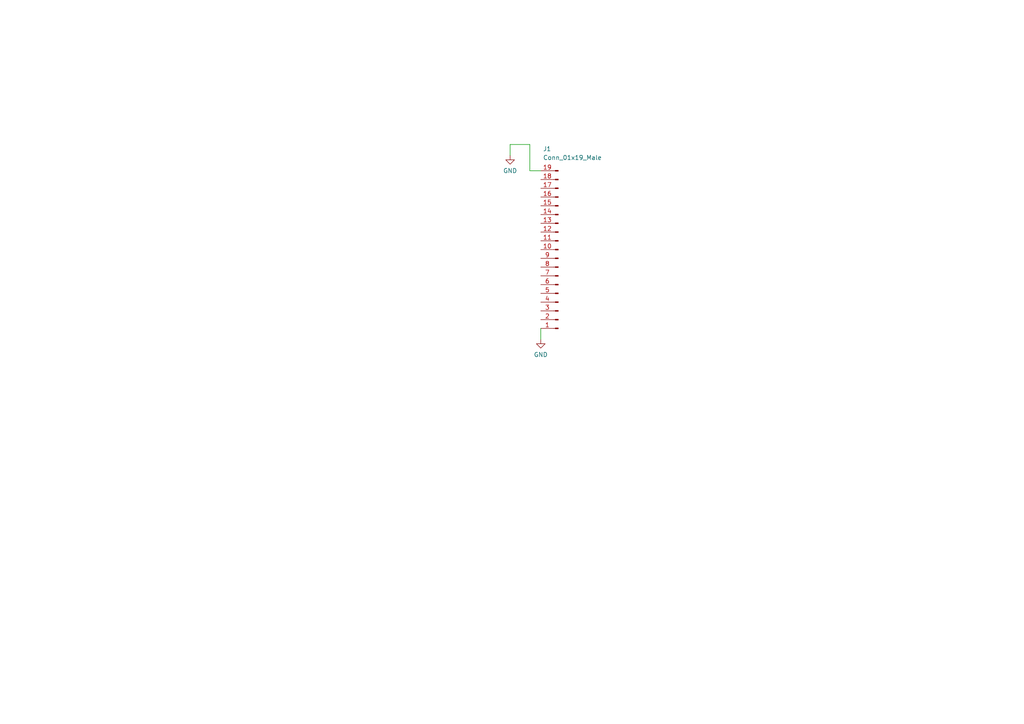
<source format=kicad_sch>
(kicad_sch (version 20211123) (generator eeschema)
  (paper "A4")
  (lib_symbols
    (symbol "Connector:Conn_01x19_Male" (pin_names (offset 1.016) hide)
      (property "Reference" "J" (at 0 25.4 0))
      (property "Value" "Conn_01x19_Male" (at 0 -25.4 0))
      (symbol "Conn_01x19_Male_1_1"
        (polyline (pts (xy 1.27 -22.86) (xy 0.8636 -22.86)) (stroke (width 0.1524)))
        (polyline (pts (xy 1.27 -20.32) (xy 0.8636 -20.32)) (stroke (width 0.1524)))
        (polyline (pts (xy 1.27 -17.78) (xy 0.8636 -17.78)) (stroke (width 0.1524)))
        (polyline (pts (xy 1.27 -15.24) (xy 0.8636 -15.24)) (stroke (width 0.1524)))
        (polyline (pts (xy 1.27 -12.7) (xy 0.8636 -12.7)) (stroke (width 0.1524)))
        (polyline (pts (xy 1.27 -10.16) (xy 0.8636 -10.16)) (stroke (width 0.1524)))
        (polyline (pts (xy 1.27 -7.62) (xy 0.8636 -7.62)) (stroke (width 0.1524)))
        (polyline (pts (xy 1.27 -5.08) (xy 0.8636 -5.08)) (stroke (width 0.1524)))
        (polyline (pts (xy 1.27 -2.54) (xy 0.8636 -2.54)) (stroke (width 0.1524)))
        (polyline (pts (xy 1.27 0) (xy 0.8636 0)) (stroke (width 0.1524)))
        (polyline (pts (xy 1.27 2.54) (xy 0.8636 2.54)) (stroke (width 0.1524)))
        (polyline (pts (xy 1.27 5.08) (xy 0.8636 5.08)) (stroke (width 0.1524)))
        (polyline (pts (xy 1.27 7.62) (xy 0.8636 7.62)) (stroke (width 0.1524)))
        (polyline (pts (xy 1.27 10.16) (xy 0.8636 10.16)) (stroke (width 0.1524)))
        (polyline (pts (xy 1.27 12.7) (xy 0.8636 12.7)) (stroke (width 0.1524)))
        (polyline (pts (xy 1.27 15.24) (xy 0.8636 15.24)) (stroke (width 0.1524)))
        (polyline (pts (xy 1.27 17.78) (xy 0.8636 17.78)) (stroke (width 0.1524)))
        (polyline (pts (xy 1.27 20.32) (xy 0.8636 20.32)) (stroke (width 0.1524)))
        (polyline (pts (xy 1.27 22.86) (xy 0.8636 22.86)) (stroke (width 0.1524)))
        (rectangle (start 0.8636 -22.733) (end 0 -22.987) (stroke (width 0.1524)) (fill (type outline)))
        (rectangle (start 0.8636 -20.193) (end 0 -20.447) (stroke (width 0.1524)) (fill (type outline)))
        (rectangle (start 0.8636 -17.653) (end 0 -17.907) (stroke (width 0.1524)) (fill (type outline)))
        (rectangle (start 0.8636 -15.113) (end 0 -15.367) (stroke (width 0.1524)) (fill (type outline)))
        (rectangle (start 0.8636 -12.573) (end 0 -12.827) (stroke (width 0.1524)) (fill (type outline)))
        (rectangle (start 0.8636 -10.033) (end 0 -10.287) (stroke (width 0.1524)) (fill (type outline)))
        (rectangle (start 0.8636 -7.493) (end 0 -7.747) (stroke (width 0.1524)) (fill (type outline)))
        (rectangle (start 0.8636 -4.953) (end 0 -5.207) (stroke (width 0.1524)) (fill (type outline)))
        (rectangle (start 0.8636 -2.413) (end 0 -2.667) (stroke (width 0.1524)) (fill (type outline)))
        (rectangle (start 0.8636 0.127) (end 0 -0.127) (stroke (width 0.1524)) (fill (type outline)))
        (rectangle (start 0.8636 2.667) (end 0 2.413) (stroke (width 0.1524)) (fill (type outline)))
        (rectangle (start 0.8636 5.207) (end 0 4.953) (stroke (width 0.1524)) (fill (type outline)))
        (rectangle (start 0.8636 7.747) (end 0 7.493) (stroke (width 0.1524)) (fill (type outline)))
        (rectangle (start 0.8636 10.287) (end 0 10.033) (stroke (width 0.1524)) (fill (type outline)))
        (rectangle (start 0.8636 12.827) (end 0 12.573) (stroke (width 0.1524)) (fill (type outline)))
        (rectangle (start 0.8636 15.367) (end 0 15.113) (stroke (width 0.1524)) (fill (type outline)))
        (rectangle (start 0.8636 17.907) (end 0 17.653) (stroke (width 0.1524)) (fill (type outline)))
        (rectangle (start 0.8636 20.447) (end 0 20.193) (stroke (width 0.1524)) (fill (type outline)))
        (rectangle (start 0.8636 22.987) (end 0 22.733) (stroke (width 0.1524)) (fill (type outline)))
        (pin passive line (at 5.08 22.86 180) (length 3.81) (name "Pin_1") (number "1"))
        (pin passive line (at 5.08 0 180) (length 3.81) (name "Pin_10") (number "10"))
        (pin passive line (at 5.08 -2.54 180) (length 3.81) (name "Pin_11") (number "11"))
        (pin passive line (at 5.08 -5.08 180) (length 3.81) (name "Pin_12") (number "12"))
        (pin passive line (at 5.08 -7.62 180) (length 3.81) (name "Pin_13") (number "13"))
        (pin passive line (at 5.08 -10.16 180) (length 3.81) (name "Pin_14") (number "14"))
        (pin passive line (at 5.08 -12.7 180) (length 3.81) (name "Pin_15") (number "15"))
        (pin passive line (at 5.08 -15.24 180) (length 3.81) (name "Pin_16") (number "16"))
        (pin passive line (at 5.08 -17.78 180) (length 3.81) (name "Pin_17") (number "17"))
        (pin passive line (at 5.08 -20.32 180) (length 3.81) (name "Pin_18") (number "18"))
        (pin passive line (at 5.08 -22.86 180) (length 3.81) (name "Pin_19") (number "19"))
        (pin passive line (at 5.08 20.32 180) (length 3.81) (name "Pin_2") (number "2"))
        (pin passive line (at 5.08 17.78 180) (length 3.81) (name "Pin_3") (number "3"))
        (pin passive line (at 5.08 15.24 180) (length 3.81) (name "Pin_4") (number "4"))
        (pin passive line (at 5.08 12.7 180) (length 3.81) (name "Pin_5") (number "5"))
        (pin passive line (at 5.08 10.16 180) (length 3.81) (name "Pin_6") (number "6"))
        (pin passive line (at 5.08 7.62 180) (length 3.81) (name "Pin_7") (number "7"))
        (pin passive line (at 5.08 5.08 180) (length 3.81) (name "Pin_8") (number "8"))
        (pin passive line (at 5.08 2.54 180) (length 3.81) (name "Pin_9") (number "9"))
      )
    )
    (symbol "power:GND" (power) (pin_names (offset 0))
      (property "Value" "GND" (at 0 -3.81 0))
      (symbol "GND_0_1"
        (polyline (pts (xy 0 0) (xy 0 -1.27) (xy 1.27 -1.27) (xy 0 -2.54) (xy -1.27 -1.27) (xy 0 -1.27)))
      )
      (symbol "GND_1_1"
        (pin power_in line (at 0 0 270) (length 0) hide (name "GND") (number "1"))
      )
    )
  )
  (wire (pts (xy 153.67 41.91) (xy 153.67 49.53)))
  (wire (pts (xy 147.955 45.085) (xy 147.955 41.91)))
  (wire (pts (xy 156.845 95.25) (xy 156.845 98.425)))
  (wire (pts (xy 153.67 49.53) (xy 156.845 49.53)))
  (wire (pts (xy 147.955 41.91) (xy 153.67 41.91)))
  (symbol (lib_id "power:GND") (at 156.845 98.425 0) (mirror y) (unit 1)
    (property "Reference" "#PWR02" (effects hide))
    (property "Value" "GND" (at 156.845 102.87 0))
  )
  (symbol (lib_id "power:GND") (at 147.955 45.085 0) (mirror y) (unit 1)
    (property "Reference" "#PWR01" (effects hide))
    (property "Value" "GND" (at 147.955 49.53 0))
  )
  (symbol (lib_id "Connector:Conn_01x19_Male") (at 161.925 72.39 180) (unit 1)
    (property "Reference" "J1" (at 157.48 43.1799 0) (effects (justify right)))
    (property "Value" "Conn_01x19_Male" (at 157.48 45.7199 0) (effects (justify right)))
    (property "Footprint" "Connector_PinHeader_2.54mm:PinHeader_1x19_P2.54mm_Horizontal" (effects hide))
  )
)
</source>
